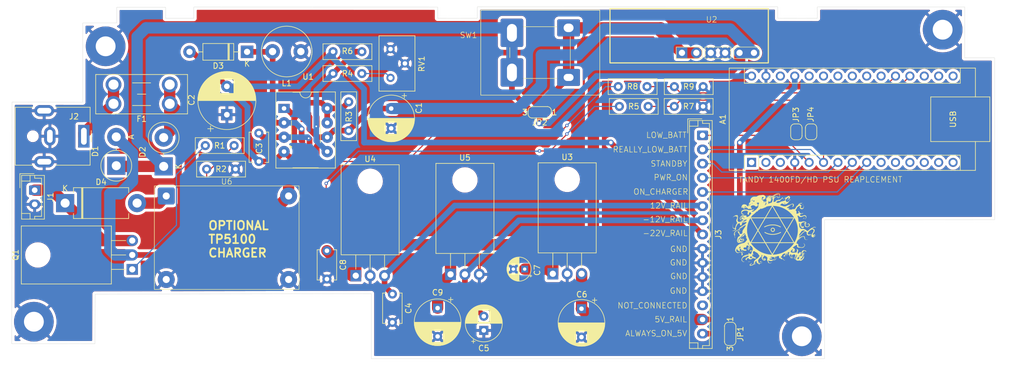
<source format=kicad_pcb>
(kicad_pcb (version 20240108) (generator "pcbnew") (generator_version "8.0")
  (layers (0 "F.Cu" signal) (31 "B.Cu" signal) (34 "B.Paste" user) (35 "F.Paste" user) (36 "B.SilkS" user "B.Silkscreen") (37 "F.SilkS" user "F.Silkscreen") (38 "B.Mask" user) (39 "F.Mask" user) (44 "Edge.Cuts" user))
  (net 0 "")
  (net 2 "Net-(A1-A0)")
  (net 3 "ARDUINO_5V")
  (net 5 "Net-(A1-A1)")
  (net 7 "GND")
  (net 24 "BATT_POS")
  (net 25 "Net-(Q1-G)")
  (net 26 "Net-(U1-Timing_Capacitor)")
  (net 27 "Net-(D3-K)")
  (net 28 "Net-(U1-Driver_Collector)")
  (net 29 "Net-(U1-Comparator_Inverting_Input)")
  (net 30 "Net-(R4-Pad1)")
  (net 31 "-22_RAIL")
  (net 32 "REALLY_LOW_BATT")
  (net 33 "ON_CHARGER")
  (net 35 "5_RAIL")
  (net 36 "5_ALWAYS")
  (net 37 "LOW_BATT")
  (net 38 "STANDBY")
  (net 39 "PWR_ON")
  (net 40 "12_RAIL")
  (net 41 "-12_RAIL")
  (net 42 "15_RAIL")
  (net 43 "BATT_SENSE")
  (net 44 "POWER_BRICK")
  (net 45 "Net-(D4-A)")
  (net 46 "Net-(A1-VIN)")
  (net 47 "Net-(D1-K)")
  (net 48 "Net-(JP2-A)")
  (net 49 "Net-(F1-Pad2)")
  (net 50 "Net-(D1-A)")
  (net 51 "Net-(NT1-Pad2)")
  (net 52 "CHARGER_SENSE")
  (footprint "MountingHole:MountingHole_3.5mm_Pad_TopBottom" (layer "F.Cu") (at 197.54 117.69)
    (property "Reference" "H2" (hide yes))
    (property "Value" "~")
  )
  (footprint "Connector_BarrelJack:BarrelJack_CUI_PJ-063AH_Horizontal" (layer "F.Cu") (at 70.85 82.39 -90)
    (property "Reference" "J2")
    (property "Value" "Jack-DC")
  )
  (footprint "Capacitor_THT:C_Disc_D5.1mm_W3.2mm_P5.00mm" (layer "F.Cu") (at 125.29 110.24 -90)
    (property "Reference" "C4")
    (property "Value" "0.1uF")
  )
  (footprint "Resistor_THT:R_Box_L8.4mm_W2.5mm_P5.08mm" (layer "F.Cu") (at 92.28 84.04)
    (property "Reference" "R1")
    (property "Value" "1k")
  )
  (footprint "Capacitor_THT:CP_Radial_D6.3mm_P2.50mm" (layer "F.Cu") (at 141.42 116.65238 90)
    (property "Reference" "C5")
    (property "Value" "22uF 25V")
  )
  (footprint "Diode_THT:D_DO-41_SOD81_P10.16mm_Horizontal" (layer "F.Cu") (at 99.65 67.5 180)
    (property "Reference" "D3")
    (property "Value" "1N5819")
  )
  (footprint "Inductor_THT:L_Radial_D8.7mm_P5.00mm_Fastron_07HCP" (layer "F.Cu") (at 109.14 67.44 180)
    (property "Reference" "L1")
    (property "Value" "330uH")
  )
  (footprint "Package_TO_SOT_THT:TO-220-3_Horizontal_TabDown" (layer "F.Cu") (at 79.39 105.88 90)
    (property "Reference" "Q1")
    (property "Value" "IRF9540N")
  )
  (footprint "Resistor_THT:R_Box_L8.4mm_W2.5mm_P5.08mm" (layer "F.Cu") (at 165.145 73.63)
    (property "Reference" "R8")
    (property "Value" "10k")
  )
  (footprint "Capacitor_THT:CP_Radial_D8.0mm_P3.50mm" (layer "F.Cu") (at 125.08 77.5 -90)
    (property "Reference" "C1")
    (property "Value" "100uF 50V")
  )
  (footprint "Capacitor_THT:CP_Radial_D8.0mm_P5.00mm" (layer "F.Cu") (at 133.27 112.717349 -90)
    (property "Reference" "C9")
    (property "Value" "10uF 50V")
  )
  (footprint "Jumper:SolderJumper-2_P1.3mm_Open_RoundedPad1.0x1.5mm" (layer "F.Cu") (at 199.18 81.61 90)
    (property "Reference" "JP4")
    (property "Value" "REALLY_LOW_BATT")
  )
  (footprint "Connector_JST:JST_EH_B15B-EH-A_1x15_P2.50mm_Vertical" (layer "F.Cu") (at 180.02 82.23 -90)
    (property "Reference" "J3")
    (property "Value" "MAINBOARD_OUT")
  )
  (footprint "Capacitor_THT:C_Disc_D5.1mm_W3.2mm_P5.00mm" (layer "F.Cu") (at 113.74 102.59 -90)
    (property "Reference" "C8")
    (property "Value" "0.22uF")
  )
  (footprint "Jumper:SolderJumper-3_P1.3mm_Bridged12_RoundedPad1.0x1.5mm_NumberLabels" (layer "F.Cu") (at 184.9 117.27 -90)
    (property "Reference" "JP1")
    (property "Value" "ALWAYS_ON_5")
  )
  (footprint "Resistor_THT:R_Box_L8.4mm_W2.5mm_P5.08mm" (layer "F.Cu") (at 175.045 73.64)
    (property "Reference" "R9")
    (property "Value" "150k")
  )
  (footprint "Jumper:SolderJumper-2_P1.3mm_Open_RoundedPad1.0x1.5mm" (layer "F.Cu") (at 196.58 81.61 90)
    (property "Reference" "JP3")
    (property "Value" "LOW_BATT")
  )
  (footprint "MountingHole:MountingHole_3.5mm_Pad_TopBottom" (layer "F.Cu") (at 62.03 115.12)
    (property "Reference" "H3" (hide yes))
    (property "Value" "~")
  )
  (footprint "Diode_THT:D_DO-201AD_P12.70mm_Horizontal" (layer "F.Cu") (at 67.54 94.19)
    (property "Reference" "D4")
    (property "Value" "31DQ06")
  )
  (footprint "NetTie:NetTie-2_SMD_Pad2.0mm" (layer "F.Cu") (at 88.22 102.92)
    (property "Reference" "NT2" (hide yes))
    (property "Value" "NetTie_2" (hide yes))
  )
  (footprint "Resistor_THT:R_Box_L8.4mm_W2.5mm_P5.08mm" (layer "F.Cu") (at 165.345 77.13)
    (property "Reference" "R5")
    (property "Value" "10k")
  )
  (footprint "Resistor_THT:R_Box_L8.4mm_W2.5mm_P5.08mm" (layer "F.Cu") (at 117.58 76.32 -90)
    (property "Reference" "R3")
    (property "Value" "1")
  )
  (footprint "Jumper:SolderJumper-3_P1.3mm_Bridged12_RoundedPad1.0x1.5mm_NumberLabels" (layer "F.Cu") (at 151.29 78.17 180)
    (property "Reference" "JP2")
    (property "Value" "MCU_POWER")
  )
  (footprint "MountingHole:MountingHole_3.5mm_Pad_TopBottom" (layer "F.Cu") (at 74.69 66.52)
    (property "Reference" "H4" (hide yes))
    (property "Value" "~")
  )
  (footprint "Resistor_THT:R_Box_L8.4mm_W2.5mm_P5.08mm" (layer "F.Cu") (at 92.52 88.19)
    (property "Reference" "R2")
    (property "Value" "10k")
  )
  (footprint "Resistor_THT:R_Box_L8.4mm_W2.5mm_P5.08mm" (layer "F.Cu") (at 119.9 71.33 180)
    (property "Reference" "R4")
    (property "Value" "20k")
  )
  (footprint "Capacitor_THT:CP_Radial_D10.0mm_P5.00mm" (layer "F.Cu") (at 96.08 78.587677 90)
    (property "Reference" "C2")
    (property "Value" "47uF 50V")
  )
  (footprint "Diode_THT:D_DO-201AD_P5.08mm_Vertical_KathodeUp" (layer "F.Cu") (at 84.93 87.71 90)
    (property "Reference" "D2")
    (property "Value" "31D106")
  )
  (footprint "Package_SO:SO_PDIP-8_3.9x4.9mm_P1.27mm_1" (layer "F.Cu") (at 111.185 81.037)
    (property "Reference" "U1")
    (property "Value" "MC34063" (hide yes))
  )
  (footprint "Module:Arduino_Nano" (layer "F.Cu") (at 188.67 87.01 90)
    (property "Reference" "A1")
    (property "Value" "Arduino_Nano_v3.x")
  )
  (footprint "NetTie:NetTie-2_SMD_Pad2.0mm" (layer "F.Cu") (at 108.99 89.74 180)
    (property "Reference" "NT3" (hide yes))
    (property "Value" "NetTie_2" (hide yes))
  )
  (footprint "MountingHole:MountingHole_3.5mm_Pad_TopBottom" (layer "F.Cu") (at 222.39 63.59)
    (property "Reference" "H1" (hide yes))
    (property "Value" "~")
  )
  (footprint "Capacitor_THT:CP_Radial_D4.0mm_P2.00mm" (layer "F.Cu") (at 148.6326 105.84 180)
    (property "Reference" "C7")
    (property "Value" "2.2uF 50V")
  )
  (footprint "Fuse:Fuseholder_Blade_Mini_Keystone_3568" (layer "F.Cu") (at 86 76.67 180)
    (property "Reference" "F1")
    (property "Value" "3A")
  )
  (footprint "Capacitor_THT:C_Disc_D5.1mm_W3.2mm_P5.00mm" (layer "F.Cu") (at 101.73 81.84 -90)
    (property "Reference" "C3")
    (property "Value" "220pF")
  )
  (footprint "Package_SIP:Monolithic Power SIP6" (layer "F.Cu") (at 181.47 60.05)
    (property "Reference" "U2")
    (property "Value" "MEZD41502A-C")
  )
  (footprint "Diode_THT:D_DO-201AD_P5.08mm_Vertical_AnodeUp" (layer "F.Cu") (at 76.57 87.59 90)
    (property "Reference" "D1")
    (property "Value" "31DQ06")
  )
  (footprint "Module:TP5100-Module" (layer "F.Cu") (at 95.8 91.41)
    (property "Reference" "U6")
    (property "Value" "TP5100 Module")
  )
  (footprint "Capacitor_THT:CP_Radial_D8.0mm_P5.00mm" (layer "F.Cu") (at 158.66 112.83 -90)
    (property "Reference" "C6")
    (property "Value" "10uF")
  )
  (footprint "Resistor_THT:R_Box_L8.4mm_W2.5mm_P5.08mm" (layer "F.Cu") (at 119.9 67.47 180)
    (property "Reference" "R6")
    (property "Value" "1k")
  )
  (footprint "Resistor_THT:R_Box_L8.4mm_W2.5mm_P5.08mm" (layer "F.Cu") (at 175.03 77.13)
    (property "Reference" "R7")
    (property "Value" "150k")
  )
  (footprint "NetTie:NetTie-2_SMD_Pad2.0mm" (layer "F.Cu") (at 92.58 93.04 90)
    (property "Reference" "NT1" (hide yes))
    (property "Value" "NetTie_2" (hide yes))
  )
  (footprint "Potentiometer_THT:Potentiometer_Bourns_3299Y_Vertical" (layer "F.Cu") (at 124.96 67.01 90)
    (property "Reference" "RV1")
    (property "Value" "4.7k")
  )
  (footprint "Button_Switch_THT:A8L-21-12N2" (layer "F.Cu") (at 151.46 59.49)
    (property "Reference" "SW1")
    (property "Value" "SW_DPST")
  )
  (footprint "Logo:Logo-15mm" (layer "F.Cu") (at 192.62 98.85)
    (property "Reference" "G***" (hide yes))
    (property "Value" "LOGO" (hide yes))
  )
  (footprint "Connector_JST:JST_EH_B2B-EH-A_1x02_P2.50mm_Vertical" (layer "F.Cu") (at 62.17 91.91 -90)
    (property "Reference" "J1")
    (property "Value" "Battery")
  )
  (footprint "Package_TO_SOT_THT:TO-220-3_Horizontal_TabDown" (layer "F.Cu") (at 135.55 106.76)
    (property "Reference" "U5")
    (property "Value" "N7812-1PH")
  )
  (footprint "Package_TO_SOT_THT:TO-220-3_Horizontal_TabDown" (layer "F.Cu") (at 153.6 106.66)
    (property "Reference" "U3")
    (property "Value" "MEZD72401A-G")
  )
  (footprint "Package_TO_SOT_THT:TO-220-3_Horizontal_TabDown" (layer "F.Cu") (at 118.83 107)
    (property "Reference" "U4")
    (property "Value" "LM340T-12")
  )
  (gr_poly (pts (xy 72.83606 110.25216) (xy 72.80695 119.013139) (xy 58.141009 119.028991) (xy 58.16695 76.35305) (xy 70.65695 76.36678) (xy 70.644306 62.403048) (xy 76.66695 62.40305) (xy 76.66695 59.61305) (xy 85.26695 59.61305) (xy 85.26695 61.58305) (xy 90.25695 61.58305) (xy 90.25695 59.58305) (xy 133.28 59.59) (xy 133.27695 61.55305) (xy 140.27977 61.56023) (xy 140.27695 59.56305) (xy 193.28695 59.553647) (xy 193.28695 61.57305) (xy 200.28695 61.58305) (xy 200.27695 59.57305) (xy 226.29695 59.58305) (xy 226.26695 68.55305) (xy 231.55695 68.55305) (xy 231.571551 95.187651) (xy 231.56695 97.12305) (xy 201.54695 97.14305) (xy 201.54695 99.56705) (xy 201.54695 121.66505) (xy 121.58695 121.66505) (xy 121.58695 110.17305)) (stroke (width 0.05)) (fill none) (layer "Edge.Cuts"))
  (gr_text "NOT_CONNECTED\n" (at 164.95 112.85 0) (layer "F.SilkS") (effects (font (size 1 1) (thickness 0.1)) (justify left bottom)))
  (gr_text "TANDY 1400FD/HD PSU REAPLCEMENT\n" (at 186.3 90.62 0) (layer "F.SilkS") (effects (font (size 1 1) (thickness 0.1)) (justify left bottom)))
  (gr_text "-22V_RAIL" (at 169.41 100.09 0) (layer "F.SilkS") (effects (font (size 1 1) (thickness 0.1)) (justify left bottom)))
  (gr_text "LOW_BATT" (at 170.01 82.77 0) (layer "F.SilkS") (effects (font (size 1 1) (thickness 0.1)) (justify left bottom)))
  (gr_text "GND" (at 174.24 102.89 0) (layer "F.SilkS") (effects (font (size 1 1) (thickness 0.1)) (justify left bottom)))
  (gr_text "ALWAYS_ON_5V" (at 166.33 117.76 0) (layer "F.SilkS") (effects (font (size 1 1) (thickness 0.1)) (justify left bottom)))
  (gr_text "PWR_ON" (at 171.35 90.24 0) (layer "F.SilkS") (effects (font (size 1 1) (thickness 0.1)) (justify left bottom)))
  (gr_text "ON_CHARGER" (at 167.76 92.77 0) (layer "F.SilkS") (effects (font (size 1 1) (thickness 0.1)) (justify left bottom)))
  (gr_text "GND" (at 174.21 105.27 0) (layer "F.SilkS") (effects (font (size 1 1) (thickness 0.1)) (justify left bottom)))
  (gr_text "GND" (at 174.25 107.68 0) (layer "F.SilkS") (effects (font (size 1 1) (thickness 0.1)) (justify left bottom)))
  (gr_text "-12V_RAIL" (at 169.39 97.64 0) (layer "F.SilkS") (effects (font (size 1 1) (thickness 0.1)) (justify left bottom)))
  (gr_text "GND" (at 174.19 110.25 0) (layer "F.SilkS") (effects (font (size 1 1) (thickness 0.1)) (justify left bottom)))
  (gr_text "REALLY_LOW_BATT" (at 164.13 85.31 0) (layer "F.SilkS") (effects (font (size 1 1) (thickness 0.1)) (justify left bottom)))
  (gr_text "12V_RAIL" (at 170.68 95.23 0) (layer "F.SilkS") (effects (font (size 1 1) (thickness 0.1)) (justify left bottom)))
  (gr_text "OPTIONAL\nTP5100\nCHARGER" (at 92.66 103.86 0) (layer "F.SilkS") (effects (font (size 1.5 1.5) (thickness 0.3) (bold yes)) (justify left bottom)))
  (gr_text "STANDBY" (at 170.8 87.82 0) (layer "F.SilkS") (effects (font (size 1 1) (thickness 0.1)) (justify left bottom)))
  (gr_text "5V_RAIL" (at 171.5 115.3 0) (layer "F.SilkS") (effects (font (size 1 1) (thickness 0.1)) (justify left bottom)))
  (segment (start 212.35 76.03) (end 216.61 71.77) (width 0.2) (layer "F.Cu") (net 2))
  (segment (start 175.03 77.13) (end 176.13 76.03) (width 0.2) (layer "F.Cu") (net 2))
  (segment (start 170.425 77.13) (end 175.03 77.13) (width 0.2) (layer "F.Cu") (net 2))
  (segment (start 176.13 76.03) (end 212.35 76.03) (width 0.2) (layer "F.Cu") (net 2))
  (segment (start 184.9 118.57) (end 186.25 118.57) (width 1) (layer "F.Cu") (net 3))
  (segment (start 186.6 118.22) (end 186.6 83.52) (width 1) (layer "F.Cu") (net 3))
  (segment (start 186.25 118.57) (end 186.6 118.22) (width 1) (layer "F.Cu") (net 3))
  (via (at 186.6 83.52) (size 1) (drill 0.6) (layers "F.Cu" "B.Cu") (net 3))
  (segment (start 196.29 73.83) (end 196.29 71.77) (width 1) (layer "B.Cu") (net 3))
  (segment (start 186.6 83.52) (end 196.29 73.83) (width 1) (layer "B.Cu") (net 3))
  (segment (start 175.045 73.64) (end 176.145 74.74) (width 0.2) (layer "F.Cu") (net 5))
  (segment (start 175.035 73.63) (end 175.045 73.64) (width 0.2) (layer "F.Cu") (net 5))
  (segment (start 211.1 74.74) (end 214.07 71.77) (width 0.2) (layer "F.Cu") (net 5))
  (segment (start 170.225 73.63) (end 175.035 73.63) (width 0.2) (layer "F.Cu") (net 5))
  (segment (start 176.145 74.74) (end 211.1 74.74) (width 0.2) (layer "F.Cu") (net 5))
  (segment (start 79.39 100.8) (end 74.15 100.8) (width 2) (layer "F.Cu") (net 24))
  (segment (start 65.26 91.91) (end 67.54 94.19) (width 2) (layer "F.Cu") (net 24))
  (segment (start 62.17 91.91) (end 65.26 91.91) (width 2) (layer "F.Cu") (net 24))
  (segment (start 74.15 100.8) (end 67.54 94.19) (width 2) (layer "F.Cu") (net 24))
  (segment (start 92.28 84.04) (end 87.186 89.134) (width 0.2) (layer "B.Cu") (net 25))
  (segment (start 87.186 89.134) (end 87.186 98.084) (width 0.2) (layer "B.Cu") (net 25))
  (segment (start 87.186 98.084) (end 79.39 105.88) (width 0.2) (layer "B.Cu") (net 25))
  (segment (start 110.665 82.889973) (end 110.52445 82.749423) (width 1) (layer "F.Cu") (net 26))
  (segment (start 106.17 82.56) (end 102.45 82.56) (width 1) (layer "F.Cu") (net 26))
  (segment (start 102.45 82.56) (end 101.73 81.84) (width 1) (layer "F.Cu") (net 26))
  (segment (start 110.665 84.16) (end 110.665 82.889973) (width 1) (layer "F.Cu") (net 26))
  (via (at 110.52445 82.749423) (size 0.6) (drill 0.3) (layers "F.Cu" "B.Cu") (net 26))
  (segment (start 110.335027 82.56) (end 110.52445 82.749423) (width 1) (layer "B.Cu") (net 26))
  (segment (start 106.17 82.56) (end 110.335027 82.56) (width 1) (layer "B.Cu") (net 26))
  (segment (start 104.755787 80.02) (end 104.16 79.424213) (width 1) (layer "F.Cu") (net 27))
  (segment (start 109.395 83.285001) (end 109.395 84.16) (width 1) (layer "F.Cu") (net 27))
  (segment (start 104.16 79.424213) (end 104.16 67.46) (width 1) (layer "F.Cu") (net 27))
  (segment (start 106.17 80.02) (end 104.755787 80.02) (width 1) (layer "F.Cu") (net 27))
  (segment (start 104.16 67.46) (end 104.14 67.44) (width 1) (layer "F.Cu") (net 27))
  (segment (start 109.27 81.11) (end 109.27 83.160001) (width 1) (layer "F.Cu") (net 27))
  (segment (start 104.08 67.5) (end 104.14 67.44) (width 1) (layer "F.Cu") (net 27))
  (segment (start 99.65 67.5) (end 104.08 67.5) (width 1) (layer "F.Cu") (net 27))
  (segment (start 109.27 83.160001) (end 109.395 83.285001) (width 1) (layer "F.Cu") (net 27))
  (via (at 109.27 81.11) (size 1) (drill 0.6) (layers "F.Cu" "B.Cu") (net 27))
  (segment (start 108.18 80.02) (end 109.27 81.11) (width 1) (layer "B.Cu") (net 27))
  (segment (start 106.17 80.02) (end 108.18 80.02) (width 1) (layer "B.Cu") (net 27))
  (segment (start 113.79 77.48) (end 116.42 77.48) (width 1) (layer "F.Cu") (net 28))
  (segment (start 106.595 77.48) (end 108.125 79.01) (width 1) (layer "F.Cu") (net 28))
  (segment (start 107.97 79.165) (end 107.97 84.005) (width 1) (layer "F.Cu") (net 28))
  (segment (start 108.125 79.01) (end 107.97 79.165) (width 1) (layer "F.Cu") (net 28))
  (segment (start 106.17 77.48) (end 106.595 77.48) (width 1) (layer "F.Cu") (net 28))
  (segment (start 113.79 77.48) (end 112.79 76.48) (width 1) (layer "F.Cu") (net 28))
  (segment (start 113.79 80.02) (end 113.79 77.48) (width 1) (layer "F.Cu") (net 28))
  (segment (start 116.42 77.48) (end 117.58 76.32) (width 1) (layer "F.Cu") (net 28))
  (segment (start 112.79 76.48) (end 110.655 76.48) (width 1) (layer "F.Cu") (net 28))
  (segment (start 107.97 84.005) (end 108.125 84.16) (width 1) (layer "F.Cu") (net 28))
  (segment (start 110.655 76.48) (end 108.125 79.01) (width 1) (layer "F.Cu") (net 28))
  (segment (start 111.86 80.65) (end 111.935 80.575) (width 1) (layer "F.Cu") (net 29))
  (segment (start 118.68 67.47) (end 114.82 71.33) (width 1) (layer "F.Cu") (net 29))
  (segment (start 111.935 80.575) (end 111.935 79.01) (width 1) (layer "F.Cu") (net 29))
  (segment (start 119.9 67.47) (end 118.68 67.47) (width 1) (layer "F.Cu") (net 29))
  (via (at 111.86 80.65) (size 0.6) (drill 0.3) (layers "F.Cu" "B.Cu") (net 29))
  (segment (start 111.86 74.29) (end 114.82 71.33) (width 1) (layer "B.Cu") (net 29))
  (segment (start 111.86 83.17) (end 111.86 80.65) (width 1) (layer "B.Cu") (net 29))
  (segment (start 113.79 85.1) (end 111.86 83.17) (width 1) (layer "B.Cu") (net 29))
  (segment (start 111.86 80.65) (end 111.86 74.29) (width 1) (layer "B.Cu") (net 29))
  (segment (start 124.2 71.33) (end 124.96 72.09) (width 0.2) (layer "B.Cu") (net 30))
  (segment (start 119.9 71.33) (end 124.2 71.33) (width 0.2) (layer "B.Cu") (net 30))
  (segment (start 180.02 99.73) (end 163.839996 83.549996) (width 1) (layer "F.Cu") (net 31))
  (segment (start 111.935 85.775) (end 111.61 86.1) (width 1) (layer "F.Cu") (net 31))
  (segment (start 163.839996 83.549996) (end 163.839996 83.500006) (width 1) (layer "F.Cu") (net 31))
  (segment (start 107.17 86.1) (end 106.17 85.1) (width 1) (layer "F.Cu") (net 31))
  (segment (start 101.73 86.84) (end 104.43 86.84) (width 1) (layer "F.Cu") (net 31))
  (segment (start 111.61 86.1) (end 107.17 86.1) (width 1) (layer "F.Cu") (net 31))
  (segment (start 111.935 84.16) (end 111.935 85.775) (width 1) (layer "F.Cu") (net 31))
  (segment (start 89.992323 67.5) (end 96.08 73.587677) (width 1) (layer "F.Cu") (net 31))
  (segment (start 89.49 67.5) (end 89.992323 67.5) (width 1) (layer "F.Cu") (net 31))
  (segment (start 104.43 86.84) (end 106.17 85.1) (width 1) (layer "F.Cu") (net 31))
  (via (at 163.839996 83.500006) (size 1) (drill 0.6) (layers "F.Cu" "B.Cu") (net 31))
  (segment (start 108.702323 73.587677) (end 114.82 67.47) (width 1) (layer "B.Cu") (net 31))
  (segment (start 99.72 84.83) (end 101.73 86.84) (width 1) (layer "B.Cu") (net 31))
  (segment (start 114.82 68.60137) (end 120.29 74.07137) (width 1) (layer "B.Cu") (net 31))
  (segment (start 120.290006 83.500006) (end 163.839996 83.500006) (width 1) (layer "B.Cu") (net 31))
  (segment (start 96.08 73.587677) (end 108.702323 73.587677) (width 1) (layer "B.Cu") (net 31))
  (segment (start 96.08 73.587677) (end 99.72 77.227677) (width 1) (layer "B.Cu") (net 31))
  (segment (start 99.72 77.227677) (end 99.72 84.83) (width 1) (layer "B.Cu") (net 31))
  (segment (start 120.29 83.5) (end 120.290006 83.500006) (width 1) (layer "B.Cu") (net 31))
  (segment (start 120.29 74.07137) (end 120.29 83.5) (width 1) (layer "B.Cu") (net 31))
  (segment (start 114.82 67.47) (end 114.82 68.60137) (width 1) (layer "B.Cu") (net 31))
  (segment (start 201.37 84.36) (end 201.37 87.01) (width 0.2) (layer "F.Cu") (net 32))
  (segment (start 199.2 82.19) (end 201.37 84.36) (width 0.2) (layer "F.Cu") (net 32))
  (segment (start 180.02 84.73) (end 199.09 84.73) (width 0.2) (layer "B.Cu") (net 32))
  (segment (start 199.09 84.73) (end 201.37 87.01) (width 0.2) (layer "B.Cu") (net 32))
  (segment (start 203.77 92.23) (end 208.99 87.01) (width 0.2) (layer "B.Cu") (net 33))
  (segment (start 180.02 92.23) (end 203.77 92.23) (width 0.2) (layer "B.Cu") (net 33))
  (segment (start 180.02 114.73) (end 183.66 114.73) (width 1) (layer "F.Cu") (net 35))
  (segment (start 158.68 106.66) (end 158.68 112.81) (width 2) (layer "F.Cu") (net 35))
  (segment (start 183.66 114.73) (end 184.9 115.97) (width 1) (layer "F.Cu") (net 35))
  (segment (start 158.66 112.83) (end 160.56 114.73) (width 2) (layer "F.Cu") (net 35))
  (segment (start 158.68 112.81) (end 158.66 112.83) (width 2) (layer "F.Cu") (net 35))
  (segment (start 160.56 114.73) (end 180.02 114.73) (width 2) (layer "F.Cu") (net 35))
  (segment (start 180.02 117.23) (end 184.86 117.23) (width 1) (layer "F.Cu") (net 36))
  (segment (start 184.86 117.23) (end 184.9 117.27) (width 1) (layer "F.Cu") (net 36))
  (segment (start 194.05 82.23) (end 180.02 82.23) (width 0.2) (layer "F.Cu") (net 37))
  (segment (start 196.55 82.23) (end 196.58 82.26) (width 0.2) (layer "F.Cu") (net 37))
  (segment (start 198.83 87.01) (end 194.05 82.23) (width 0.2) (layer "F.Cu") (net 37))
  (segment (start 194.05 82.23) (end 196.55 82.23) (width 0.2) (layer "F.Cu") (net 37))
  (segment (start 202.21 88.71) (end 183.4 88.71) (width 0.2) (layer "B.Cu") (net 38))
  (segment (start 181.92 87.23) (end 180.02 87.23) (width 0.2) (layer "B.Cu") (net 38))
  (segment (start 203.91 87.01) (end 202.21 88.71) (width 0.2) (layer "B.Cu") (net 38))
  (segment (start 183.4 88.71) (end 181.92 87.23) (width 0.2) (layer "B.Cu") (net 38))
  (segment (start 203.73 89.73) (end 206.45 87.01) (width 0.2) (layer "B.Cu") (net 39))
  (segment (start 180.02 89.73) (end 203.73 89.73) (width 0.2) (layer "B.Cu") (net 39))
  (segment (start 123.91 108.86) (end 125.29 110.24) (width 1) (layer "F.Cu") (net 40))
  (segment (start 123.91 107) (end 123.91 108.86) (width 1) (layer "F.Cu") (net 40))
  (segment (start 123.91 107) (end 136.28 94.63) (width 1) (layer "B.Cu") (net 40))
  (segment (start 179.92 94.63) (end 180.02 94.73) (width 1) (layer "B.Cu") (net 40))
  (segment (start 136.28 94.63) (end 179.92 94.63) (width 1) (layer "B.Cu") (net 40))
  (segment (start 138.09 106.76) (end 138.09 110.82238) (width 1) (layer "F.Cu") (net 41))
  (segment (start 138.09 110.82238) (end 141.42 114.15238) (width 1) (layer "F.Cu") (net 41))
  (segment (start 147.62 97.23) (end 180.02 97.23) (width 1) (layer "B.Cu") (net 41))
  (segment (start 138.09 106.76) (end 147.62 97.23) (width 1) (layer "B.Cu") (net 41))
  (segment (start 110.66 81.147056) (end 110.66 79.015) (width 1) (layer "F.Cu") (net 42))
  (segment (start 135.55 101.58) (end 135.5 101.53) (width 2) (layer "F.Cu") (net 42))
  (segment (start 153.6 106.66) (end 153.6 101.58) (width 2) (layer "F.Cu") (net 42))
  (segment (start 184.477038 71.09) (end 161.15 71.09) (width 2) (layer "F.Cu") (net 42))
  (segment (start 160.76 101.5) (end 160.79 101.53) (width 2) (layer "F.Cu") (net 42))
  (segment (start 135.55 106.76) (end 135.55 101.58) (width 2) (layer "F.Cu") (net 42))
  (segment (start 186.55 67.67) (end 186.55 69.017038) (width 2) (layer "F.Cu") (net 42))
  (segment (start 118.83 107) (end 118.15 107) (width 2) (layer "F.Cu") (net 42))
  (segment (start 186.55 69.017038) (end 184.477038 71.09) (width 2) (layer "F.Cu") (net 42))
  (segment (start 121.48 77.5) (end 117.58 81.4) (width 1) (layer "F.Cu") (net 42))
  (segment (start 110.66 79.015) (end 110.665 79.01) (width 1) (layer "F.Cu") (net 42))
  (segment (start 117.58 81.4) (end 114.95 81.4) (width 1) (layer "F.Cu") (net 42))
  (segment (start 113.79 82.56) (end 112.072944 82.56) (width 1) (layer "F.Cu") (net 42))
  (segment (start 160.79 101.53) (end 153.55 101.53) (width 2) (layer "F.Cu") (net 42))
  (segment (start 118.15 107) (end 113.74 102.59) (width 2) (layer "F.Cu") (net 42))
  (segment (start 119.03 101.53) (end 118.83 101.73) (width 2) (layer "F.Cu") (net 42))
  (segment (start 152.78 105.84) (end 153.6 106.66) (width 2) (layer "F.Cu") (net 42))
  (segment (start 118.83 101.73) (end 118.83 107) (width 2) (layer "F.Cu") (net 42))
  (segment (start 153.55 101.53) (end 135.5 101.53) (width 2) (layer "F.Cu") (net 42))
  (segment (start 133.27 112.717349) (end 133.27 109.04) (width 2) (layer "F.Cu") (net 42))
  (segment (start 161.15 71.09) (end 160.76 71.48) (width 2) (layer "F.Cu") (net 42))
  (segment (start 114.95 81.4) (end 113.79 82.56) (width 1) (layer "F.Cu") (net 42))
  (segment (start 148.6326 105.84) (end 152.78 105.84) (width 2) (layer "F.Cu") (net 42))
  (segment (start 153.6 101.58) (end 153.55 101.53) (width 2) (layer "F.Cu") (net 42))
  (segment (start 135.5 101.53) (end 119.03 101.53) (width 2) (layer "F.Cu") (net 42))
  (segment (start 112.072944 82.56) (end 110.66 81.147056) (width 1) (layer "F.Cu") (net 42))
  (segment (start 160.76 71.48) (end 160.76 101.5) (width 2) (layer "F.Cu") (net 42))
  (segment (start 133.27 109.04) (end 135.55 106.76) (width 2) (layer "F.Cu") (net 42))
  (segment (start 125.08 77.5) (end 121.48 77.5) (width 1) (layer "F.Cu") (net 42))
  (segment (start 151.59 73.38) (end 147.47 77.5) (width 2) (layer "B.Cu") (net 42))
  (segment (start 162.65 63.47) (end 184.89 63.47) (width 2) (layer "B.Cu") (net 42))
  (segment (start 189.09 67.67) (end 184.89 63.47) (width 2) (layer "B.Cu") (net 42))
  (segment (start 162.65 63.47) (end 158.07 68.05) (width 2) (layer "B.Cu") (net 42))
  (segment (start 151.59 68.05) (end 151.59 73.38) (width 2) (layer "B.Cu") (net 42))
  (segment (start 158.07 68.05) (end 151.59 68.05) (width 2) (layer "B.Cu") (net 42))
  (segment (start 186.55 67.67) (end 189.09 67.67) (width 2) (layer "B.Cu") (net 42))
  (segment (start 147.47 77.5) (end 125.08 77.5) (width 2) (layer "B.Cu") (net 42))
  (segment (start 153.13 84.99) (end 156.09 82.03) (width 0.2) (layer "F.Cu") (net 43))
  (segment (start 156.09 82.03) (end 156.09 81.99) (width 0.2) (layer "F.Cu") (net 43))
  (segment (start 151.25 84.99) (end 153.13 84.99) (width 0.2) (layer "F.Cu") (net 43))
  (segment (start 113.61 95.73) (end 113.61 90.72) (width 0.2) (layer "F.Cu") (net 43))
  (segment (start 106.42 102.92) (end 90.22 102.92) (width 0.2) (layer "F.Cu") (net 43))
  (segment (start 106.42 102.92) (end 113.61 95.73) (width 0.2) (layer "F.Cu") (net 43))
  (via (at 156.09 81.99) (size 0.6) (drill 0.3) (layers "F.Cu" "B.Cu") (net 43))
  (via (at 113.61 90.72) (size 0.6) (drill 0.3) (layers "F.Cu" "B.Cu") (net 43))
  (via (at 151.25 84.99) (size 0.6) (drill 0.3) (layers "F.Cu" "B.Cu") (net 43))
  (segment (start 113.61 90.72) (end 119.3 85.03) (width 0.2) (layer "B.Cu") (net 43))
  (segment (start 160.95 77.13) (end 156.09 81.99) (width 0.2) (layer "B.Cu") (net 43))
  (segment (start 151.21 85.03) (end 151.25 84.99) (width 0.2) (layer "B.Cu") (net 43))
  (segment (start 119.3 85.03) (end 151.21 85.03) (width 0.2) (layer "B.Cu") (net 43))
  (segment (start 165.345 77.13) (end 160.95 77.13) (width 0.2) (layer "B.Cu") (net 43))
  (segment (start 86 81.56) (end 84.93 82.63) (width 2) (layer "F.Cu") (net 44))
  (segment (start 86 76.67) (end 86 81.56) (width 2) (layer "F.Cu") (net 44))
  (segment (start 92.58 95.04) (end 104.87 95.04) (width 2) (layer "F.Cu") (net 44))
  (segment (start 104.87 95.04) (end 106.976 92.934) (width 2) (layer "F.Cu") (net 44))
  (segment (start 89.62 80.29) (end 89.62 94.777056) (width 2) (layer "F.Cu") (net 44))
  (segment (start 106.976 89.754) (end 106.99 89.74) (width 2) (layer "F.Cu") (net 44))
  (segment (start 89.62 94.777056) (end 89.882944 95.04) (width 2) (layer "F.Cu") (net 44))
  (segment (start 86 76.67) (end 86 73.27) (width 2) (layer "F.Cu") (net 44))
  (segment (start 106.976 92.934) (end 106.976 89.754) (width 2) (layer "F.Cu") (net 44))
  (segment (start 89.882944 95.04) (end 92.58 95.04) (width 2) (layer "F.Cu") (net 44))
  (segment (start 89.62 80.29) (end 86 76.67) (width 2) (layer "F.Cu") (net 44))
  (segment (start 84.13 94.19) (end 85.386 92.934) (width 2) (layer "F.Cu") (net 45))
  (segment (start 80.24 94.19) (end 84.13 94.19) (width 2) (layer "F.Cu") (net 45))
  (segment (start 151.29 80.01) (end 151.29 78.17) (width 1) (layer "F.Cu") (net 46))
  (segment (start 151.18 80.12) (end 151.29 80.01) (width 1) (layer "F.Cu") (net 46))
  (via (at 151.18 80.12) (size 1) (drill 0.6) (layers "F.Cu" "B.Cu") (net 46))
  (segment (start 161.27 71.77) (end 152.92 80.12) (width 1) (layer "B.Cu") (net 46))
  (segment (start 188.67 71.77) (end 161.27 71.77) (width 1) (layer "B.Cu") (net 46))
  (segment (start 188.8 71.9) (end 188.67 71.77) (width 1) (layer "B.Cu") (net 46))
  (segment (start 152.92 80.12) (end 151.18 80.12) (width 1) (layer "B.Cu") (net 46))
  (segment (start 146.385 72.015) (end 146.385 74.565) (width 1) (layer "F.Cu") (net 47))
  (segment (start 76.69 87.71) (end 76.57 87.59) (width 2) (layer "F.Cu") (net 47))
  (segment (start 84.93 87.71) (end 76.69 87.71) (width 2) (layer "F.Cu") (net 47))
  (segment (start 146.385 74.565) (end 149.99 78.17) (width 1) (layer "F.Cu") (net 47))
  (segment (start 80.25 64.83) (end 80.25 83.03) (width 2) (layer "B.Cu") (net 47))
  (segment (start 146.385 63.265) (end 146.385 72.015) (width 2) (layer "B.Cu") (net 47))
  (segment (start 80.25 83.03) (end 84.93 87.71) (width 2) (layer "B.Cu") (net 47))
  (segment (start 146.385 63.265) (end 81.815 63.265) (width 2) (layer "B.Cu") (net 47))
  (segment (start 81.815 63.265) (end 80.25 64.83) (width 2) (layer "B.Cu") (net 47))
  (segment (start 156.385 72.015) (end 156.385 72.065) (width 2) (layer "F.Cu") (net 48))
  (segment (start 152.59 78.17) (end 152.59 75.86) (width 1) (layer "F.Cu") (net 48))
  (segment (start 178.93 67.67) (end 176.39 67.67) (width 2) (layer "F.Cu") (net 48))
  (segment (start 172.635 63.915) (end 176.39 67.67) (width 2) (layer "F.Cu") (net 48))
  (segment (start 156.385 72.015) (end 156.385 63.265) (width 2) (layer "F.Cu") (net 48))
  (segment (start 156.385 63.265) (end 172.635 63.265) (width 2) (layer "F.Cu") (net 48))
  (segment (start 172.635 63.265) (end 172.635 63.915) (width 2) (layer "F.Cu") (net 48))
  (segment (start 152.59 75.86) (end 156.385 72.065) (width 1) (layer "F.Cu") (net 48))
  (segment (start 76.08 76.67) (end 76.08 73.27) (width 2) (layer "F.Cu") (net 49))
  (segment (start 70.85 81.9) (end 76.08 76.67) (width 2) (layer "F.Cu") (net 49))
  (segment (start 70.85 82.39) (end 70.85 81.9) (width 2) (layer "F.Cu") (net 49))
  (segment (start 85.8 103.34) (end 86.22 102.92) (width 1) (layer "F.Cu") (net 50))
  (segment (start 79.39 103.34) (end 85.8 103.34) (width 1) (layer "F.Cu") (net 50))
  (segment (start 77.23 92.53) (end 79.43 90.33) (width 2) (layer "B.Cu") (net 50))
  (segment (start 75.43 92.53) (end 77.23 92.53) (width 2) (layer "B.Cu") (net 50))
  (segment (start 79.43 90.33) (end 79.43 85.37) (width 2) (layer "B.Cu") (net 50))
  (segment (start 75.43 102.38) (end 76.39 103.34) (width 2) (layer "B.Cu") (net 50))
  (segment (start 79.43 85.37) (end 76.57 82.51) (width 2) (layer "B.Cu") (net 50))
  (segment (start 76.39 103.34) (end 79.39 103.34) (width 2) (layer "B.Cu") (net 50))
  (segment (start 75.43 102.38) (end 75.43 92.53) (width 2) (layer "B.Cu") (net 50))
  (segment (start 92.52 90.98) (end 92.58 91.04) (width 0.2) (layer "F.Cu") (net 51))
  (segment (start 97.36 84.04) (end 93.21 88.19) (width 0.2) (layer "F.Cu") (net 51))
  (segment (start 93.21 88.19) (end 92.52 88.19) (width 0.2) (layer "F.Cu") (net 51))
  (segment (start 92.52 88.19) (end 92.52 90.98) (width 0.2) (layer "F.Cu") (net 51))
  (segment (start 133.08 81.59) (end 154.99 81.59) (width 0.2) (layer "F.Cu") (net 52))
  (segment (start 154.99 81.59) (end 156.09 80.49) (width 0.2) (layer "F.Cu") (net 52))
  (segment (start 113.89 86.84) (end 127.83 86.84) (width 0.2) (layer "F.Cu") (net 52))
  (segment (start 127.83 86.84) (end 133.08 81.59) (width 0.2) (layer "F.Cu") (net 52))
  (segment (start 110.99 89.74) (end 113.89 86.84) (width 0.2) (layer "F.Cu") (net 52))
  (via (at 156.09 80.49) (size 0.6) (drill 0.3) (layers "F.Cu" "B.Cu") (net 52))
  (segment (start 156.09 80.49) (end 162.95 73.63) (width 0.2) (layer "B.Cu") (net 52))
  (segment (start 162.95 73.63) (end 165.145 73.63) (width 0.2) (layer "B.Cu") (net 52))
  (zone (net 7) (net_name "GND") (layers "F&B.Cu") (name "GROUND_PLANE") (connect_pads (clearance 0.5)) (min_thickness 0.25) (fill yes (thermal_gap 0.5) (thermal_bridge_width 0.5))
    (polygon (pts (xy 57.43 75.21) (xy 68.21 75.21) (xy 69.77 73.65) (xy 69.77 60.21) (xy 71.63 58.35) (xy 225.78 58.35) (xy 236.75 69.32) (xy 236.75 94.81) (xy 230.48 101.08) (xy 204.91 101.08) (xy 202.46 103.53) (xy 202.46 126.16) (xy 123.28 126.16) (xy 117.69 120.57) (xy 117.69 113.33) (xy 75.85 113.33) (xy 73.6 115.58) (xy 73.6 121.17) (xy 73.51 121.26) (xy 56.05 121.26) (xy 56.05 76.98) (xy 56.94 76.09) (xy 56.94 75.7)))
  )
)
</source>
